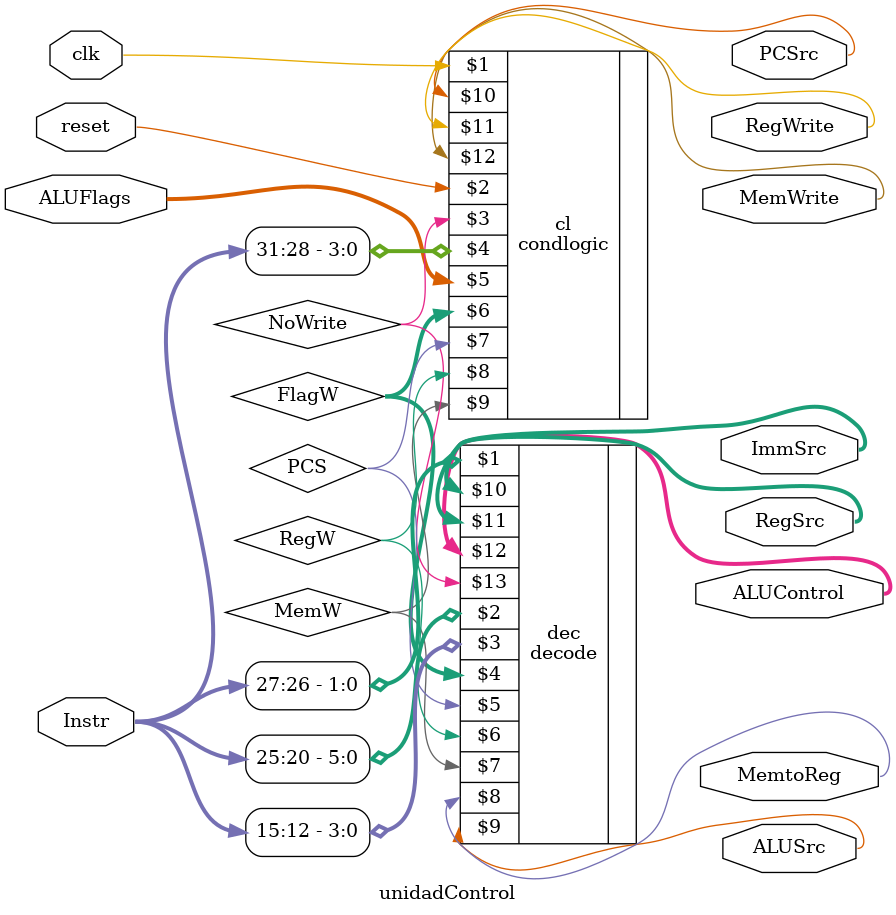
<source format=sv>
module unidadControl(input logic clk, reset,
						input logic [31:12] Instr,
						input logic [3:0] ALUFlags,
						output logic [1:0] RegSrc,
						output logic RegWrite,
						output logic [1:0] ImmSrc,
						output logic ALUSrc,
						output logic [3:0] ALUControl,
						output logic MemWrite, MemtoReg,
						output logic PCSrc);
						
	logic [1:0] FlagW;
	logic PCS, RegW, MemW, NoWrite;
	
	decode dec(Instr[27:26], Instr[25:20], Instr[15:12],
	FlagW, PCS, RegW, MemW,
	MemtoReg, ALUSrc, ImmSrc, RegSrc, ALUControl,NoWrite);
	
	condlogic cl(clk, reset, NoWrite,Instr[31:28], ALUFlags,
	FlagW, PCS, RegW, MemW,
	PCSrc, RegWrite, MemWrite);
	
endmodule

</source>
